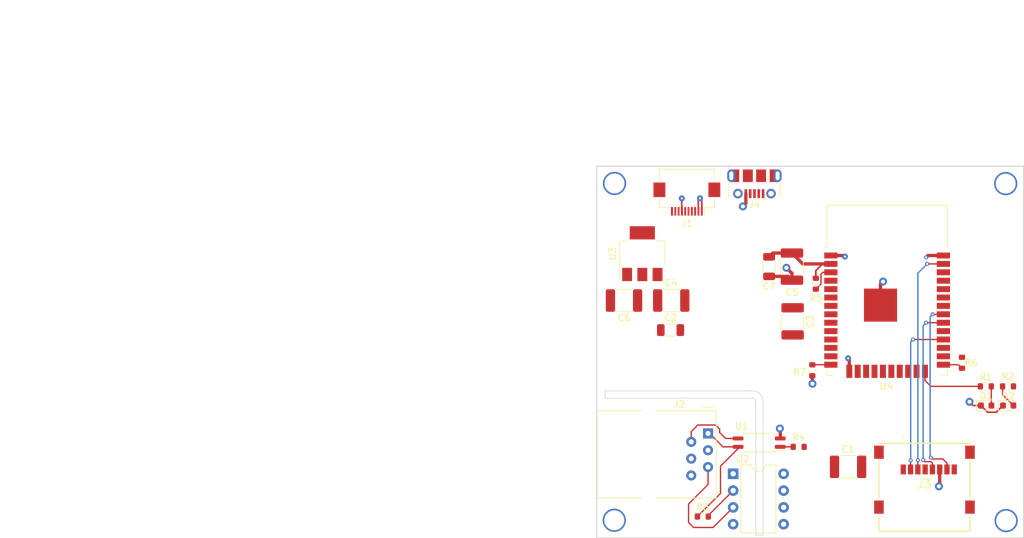
<source format=kicad_pcb>
(kicad_pcb (version 20211014) (generator pcbnew)
  (layers (0 "F.Cu" signal) (31 "B.Cu" signal) (34 "B.Paste" user) (35 "F.Paste" user) (36 "B.SilkS" user "B.Silkscreen") (37 "F.SilkS" user "F.Silkscreen") (38 "B.Mask" user) (39 "F.Mask" user) (44 "Edge.Cuts" user))
  (net 0 "")
  (net 1 "+5V")
  (net 2 "GND")
  (net 3 "+3V3")
  (net 4 "Net-(D1-Pad2)")
  (net 5 "Net-(D2-Pad2)")
  (net 6 "RST")
  (net 7 "BOOT")
  (net 8 "E-RST")
  (net 9 "E-Busy")
  (net 10 "E-DC")
  (net 11 "Request")
  (net 12 "Data")
  (net 13 "GND1")
  (net 14 "LED_ACT")
  (net 15 "+5VA")
  (net 16 "SD-CS")
  (net 17 "VSPI-MOSI")
  (net 18 "VSPI-MISO")
  (net 19 "VSPI-SCLK")
  (net 20 "Rotary_A")
  (net 21 "Rotary_B")
  (net 22 "Rotary_Sw")
  (net 23 "RXP")
  (net 24 "E-CS")
  (net 25 "Net-(R3-Pad2)")
  (net 26 "Net-(R4-Pad1)")
  (net 27 "Net-(J2-Pad5)")
  (net 30 "Net-(J2-Pad2)")
  (net 31 "Net-(R7-Pad1)")
  (net 37 "RX0")
  (net 38 "GPIO16")
  (footprint "500901-0801:5009010801" (layer "F.Cu") (at 171.5262 96.791)
    (fp_text reference "J3" (at 0 -0.525) (layer "F.SilkS") (effects (font (size 1.27 1.27) (thickness 0.254))))
    (fp_text value "Micro_SD_Card" hide)
    (fp_line (start 6.88 -4) (end 6.88 1.5) (layer "F.SilkS") (width 0.2))
    (fp_line (start 6.875 6.65) (end 6.875 4.5) (layer "F.SilkS") (width 0.2))
    (fp_line (start -6.875 -4) (end -6.875 1.5) (layer "F.SilkS") (width 0.2))
    (fp_line (start -6.875 4.5) (end -6.875 6.65) (layer "F.SilkS") (width 0.2))
    (fp_line (start -3.2 -7.5) (end -3.2 -7.5) (layer "F.SilkS") (width 0.2))
    (fp_line (start -6.875 6.65) (end 6.875 6.65) (layer "F.SilkS") (width 0.2))
    (fp_line (start -6.875 -6.65) (end 6.88 -6.65) (layer "F.SilkS") (width 0.2))
    (fp_line (start -3.2 -7.7) (end -3.2 -7.7) (layer "F.SilkS") (width 0.2))
    (fp_arc (start -3.2 -7.7) (mid -3.1 -7.6) (end -3.2 -7.5) (layer "F.SilkS") (width 0.2))
    (fp_arc (start -3.2 -7.5) (mid -3.3 -7.6) (end -3.2 -7.7) (layer "F.SilkS") (width 0.2))
    (pad "1" smd rect locked (at -3.2 -2.7) (size 0.8 1.5) (layers "F.Cu" "F.Paste" "F.Mask"))
    (pad "2" smd rect locked (at -2.1 -2.7) (size 0.8 1.5) (layers "F.Cu" "F.Paste" "F.Mask") (net 16 "SD-CS"))
    (pad "3" smd rect locked (at -1 -2.7) (size 0.8 1.5) (layers "F.Cu" "F.Paste" "F.Mask") (net 17 "VSPI-MOSI"))
    (pad "4" smd rect locked (at 0.1 -2.7) (size 0.8 1.5) (layers "F.Cu" "F.Paste" "F.Mask") (net 3 "+3V3"))
    (pad "5" smd rect locked (at 1.2 -2.7) (size 0.8 1.5) (layers "F.Cu" "F.Paste" "F.Mask") (net 19 "VSPI-SCLK"))
    (pad "6" smd rect locked (at 2.3 -2.7) (size 0.8 1.5) (layers "F.Cu" "F.Paste" "F.Mask") (net 2 "GND"))
    (pad "7" smd rect locked (at 3.4 -2.7) (size 0.8 1.5) (layers "F.Cu" "F.Paste" "F.Mask") (net 18 "VSPI-MISO"))
    (pad "8" smd rect locked (at 4.5 -2.7) (size 0.8 1.5) (layers "F.Cu" "F.Paste" "F.Mask"))
    (pad "MP1" smd rect locked (at -6.875 3) (size 1.45 2) (layers "F.Cu" "F.Paste" "F.Mask"))
    (pad "MP2" smd rect locked (at 6.875 3) (size 1.45 2) (layers "F.Cu" "F.Paste" "F.Mask"))
    (pad "MP3" smd rect locked (at -6.875 -5.3) (size 1.45 2) (layers "F.Cu" "F.Paste" "F.Mask"))
    (pad "MP4" smd rect locked (at 6.875 -5.3) (size 1.45 2) (layers "F.Cu" "F.Paste" "F.Mask"))
  )
  (footprint "Resistor_SMD:R_0603_1608Metric" (layer "F.Cu") (at 184.15 81.534)
    (fp_text reference "R2" (at 0 -1.43) (layer "F.SilkS"))
    (fp_text value "1K")
    (fp_line (start -0.237258 -0.5225) (end 0.237258 -0.5225) (layer "F.SilkS") (width 0.12))
    (fp_line (start -0.237258 0.5225) (end 0.237258 0.5225) (layer "F.SilkS") (width 0.12))
    (pad "1" smd roundrect (at -0.825 0) (size 0.8 0.95) (layers "F.Cu" "F.Paste" "F.Mask") (net 5 "Net-(D2-Pad2)"))
    (pad "2" smd roundrect (at 0.825 0) (size 0.8 0.95) (layers "F.Cu" "F.Paste" "F.Mask") (net 3 "+3V3"))
  )
  (footprint "Connector_FFC-FPC:Hirose_FH12-10S-0.5SH_1x10-1MP_P0.50mm_Horizontal" (layer "F.Cu") (at 135.636 53.213 180)
    (fp_text reference "J1" (at 0 -3.7) (layer "F.SilkS"))
    (fp_text value "FPC_01x10")
    (fp_line (start -2.66 -1.3) (end -4.15 -1.3) (layer "F.SilkS") (width 0.12))
    (fp_line (start -4.15 -1.3) (end -4.15 0.04) (layer "F.SilkS") (width 0.12))
    (fp_line (start -4.15 4.5) (end 4.15 4.5) (layer "F.SilkS") (width 0.12))
    (fp_line (start 2.66 -1.3) (end 4.15 -1.3) (layer "F.SilkS") (width 0.12))
    (fp_line (start -2.66 -1.3) (end -2.66 -2.5) (layer "F.SilkS") (width 0.12))
    (fp_line (start 4.15 4.5) (end 4.15 2.76) (layer "F.SilkS") (width 0.12))
    (fp_line (start -4.15 2.76) (end -4.15 4.5) (layer "F.SilkS") (width 0.12))
    (fp_line (start 4.15 -1.3) (end 4.15 0.04) (layer "F.SilkS") (width 0.12))
    (pad "1" smd rect (at -2.25 -1.85 180) (size 0.3 1.3) (layers "F.Cu" "F.Paste" "F.Mask") (net 2 "GND"))
    (pad "2" smd rect (at -1.75 -1.85 180) (size 0.3 1.3) (layers "F.Cu" "F.Paste" "F.Mask") (net 2 "GND"))
    (pad "3" smd rect (at -1.25 -1.85 180) (size 0.3 1.3) (layers "F.Cu" "F.Paste" "F.Mask") (net 6 "RST"))
    (pad "4" smd rect (at -0.75 -1.85 180) (size 0.3 1.3) (layers "F.Cu" "F.Paste" "F.Mask") (net 7 "BOOT"))
    (pad "5" smd rect (at -0.25 -1.85 180) (size 0.3 1.3) (layers "F.Cu" "F.Paste" "F.Mask") (net 23 "RXP"))
    (pad "6" smd rect (at 0.25 -1.85 180) (size 0.3 1.3) (layers "F.Cu" "F.Paste" "F.Mask") (net 37 "RX0"))
    (pad "7" smd rect (at 0.75 -1.85 180) (size 0.3 1.3) (layers "F.Cu" "F.Paste" "F.Mask") (net 2 "GND"))
    (pad "8" smd rect (at 1.25 -1.85 180) (size 0.3 1.3) (layers "F.Cu" "F.Paste" "F.Mask") (net 38 "GPIO16"))
    (pad "9" smd rect (at 1.75 -1.85 180) (size 0.3 1.3) (layers "F.Cu" "F.Paste" "F.Mask") (net 1 "+5V"))
    (pad "10" smd rect (at 2.25 -1.85 180) (size 0.3 1.3) (layers "F.Cu" "F.Paste" "F.Mask") (net 1 "+5V"))
    (pad "MP" smd rect (at -4.15 1.4 180) (size 1.8 2.2) (layers "F.Cu" "F.Paste" "F.Mask"))
    (pad "MP" smd rect (at 4.15 1.4 180) (size 1.8 2.2) (layers "F.Cu" "F.Paste" "F.Mask"))
  )
  (footprint "Resistor_SMD:R_0603_1608Metric" (layer "F.Cu") (at 180.7972 81.534 180)
    (fp_text reference "R1" (at 0 1.397) (layer "F.SilkS"))
    (fp_text value "470R")
    (fp_line (start -0.237258 0.5225) (end 0.237258 0.5225) (layer "F.SilkS") (width 0.12))
    (fp_line (start -0.237258 -0.5225) (end 0.237258 -0.5225) (layer "F.SilkS") (width 0.12))
    (pad "1" smd roundrect (at -0.825 0 180) (size 0.8 0.95) (layers "F.Cu" "F.Paste" "F.Mask") (net 4 "Net-(D1-Pad2)"))
    (pad "2" smd roundrect (at 0.825 0 180) (size 0.8 0.95) (layers "F.Cu" "F.Paste" "F.Mask") (net 14 "LED_ACT"))
  )
  (footprint "Resistor_SMD:R_0603_1608Metric" (layer "F.Cu") (at 152.527 90.678)
    (fp_text reference "R4" (at 0 -1.43) (layer "F.SilkS"))
    (fp_text value "10K")
    (fp_line (start -0.237258 -0.5225) (end 0.237258 -0.5225) (layer "F.SilkS") (width 0.12))
    (fp_line (start -0.237258 0.5225) (end 0.237258 0.5225) (layer "F.SilkS") (width 0.12))
    (pad "1" smd roundrect (at -0.825 0) (size 0.8 0.95) (layers "F.Cu" "F.Paste" "F.Mask") (net 26 "Net-(R4-Pad1)"))
    (pad "2" smd roundrect (at 0.825 0) (size 0.8 0.95) (layers "F.Cu" "F.Paste" "F.Mask") (net 11 "Request"))
  )
  (footprint "Resistor_SMD:R_0603_1608Metric" (layer "F.Cu") (at 154.5844 79.1034 -90)
    (fp_text reference "R7" (at 0.254 1.905 180) (layer "F.SilkS"))
    (fp_text value "10K")
    (fp_line (start -0.237258 0.5225) (end 0.237258 0.5225) (layer "F.SilkS") (width 0.12))
    (fp_line (start -0.237258 -0.5225) (end 0.237258 -0.5225) (layer "F.SilkS") (width 0.12))
    (pad "1" smd roundrect (at -0.825 0 270) (size 0.8 0.95) (layers "F.Cu" "F.Paste" "F.Mask") (net 31 "Net-(R7-Pad1)"))
    (pad "2" smd roundrect (at 0.825 0 270) (size 0.8 0.95) (layers "F.Cu" "F.Paste" "F.Mask") (net 2 "GND"))
  )
  (footprint "Resistor_SMD:R_0603_1608Metric" (layer "F.Cu") (at 177.1904 77.9604 -90)
    (fp_text reference "R6" (at 0 -1.43 180) (layer "F.SilkS"))
    (fp_text value "10K")
    (fp_line (start -0.237258 0.5225) (end 0.237258 0.5225) (layer "F.SilkS") (width 0.12))
    (fp_line (start -0.237258 -0.5225) (end 0.237258 -0.5225) (layer "F.SilkS") (width 0.12))
    (pad "1" smd roundrect (at -0.825 0 270) (size 0.8 0.95) (layers "F.Cu" "F.Paste" "F.Mask") (net 3 "+3V3"))
    (pad "2" smd roundrect (at 0.825 0 270) (size 0.8 0.95) (layers "F.Cu" "F.Paste" "F.Mask") (net 7 "BOOT"))
  )
  (footprint "Capacitor_SMD:C_1812_4532Metric" (layer "F.Cu") (at 151.511 63.4238 -90)
    (fp_text reference "C5" (at 3.8862 0 180) (layer "F.SilkS"))
    (fp_text value "0.1u")
    (fp_line (start -1.161252 -1.71) (end 1.161252 -1.71) (layer "F.SilkS") (width 0.12))
    (fp_line (start -1.161252 1.71) (end 1.161252 1.71) (layer "F.SilkS") (width 0.12))
    (pad "1" smd roundrect (at -2.05 0 270) (size 1.4 3.4) (layers "F.Cu" "F.Paste" "F.Mask") (roundrect_rratio 0.178571) (net 3 "+3V3"))
    (pad "2" smd roundrect (at 2.05 0 270) (size 1.4 3.4) (layers "F.Cu" "F.Paste" "F.Mask") (roundrect_rratio 0.178571) (net 2 "GND"))
  )
  (footprint "Capacitor_SMD:C_1812_4532Metric" (layer "F.Cu") (at 126.1438 68.5546 180)
    (fp_text reference "C6" (at 0 -2.65) (layer "F.SilkS"))
    (fp_text value "22u")
    (fp_line (start -1.161252 1.71) (end 1.161252 1.71) (layer "F.SilkS") (width 0.12))
    (fp_line (start -1.161252 -1.71) (end 1.161252 -1.71) (layer "F.SilkS") (width 0.12))
    (pad "1" smd roundrect (at -2.05 0 180) (size 1.4 3.4) (layers "F.Cu" "F.Paste" "F.Mask") (roundrect_rratio 0.178571) (net 3 "+3V3"))
    (pad "2" smd roundrect (at 2.05 0 180) (size 1.4 3.4) (layers "F.Cu" "F.Paste" "F.Mask") (roundrect_rratio 0.178571) (net 2 "GND"))
  )
  (footprint "Capacitor_SMD:C_1812_4532Metric" (layer "F.Cu") (at 133.2738 68.5546)
    (fp_text reference "C4" (at 0 -2.65) (layer "F.SilkS"))
    (fp_text value "0.1u")
    (fp_line (start -1.161252 1.71) (end 1.161252 1.71) (layer "F.SilkS") (width 0.12))
    (fp_line (start -1.161252 -1.71) (end 1.161252 -1.71) (layer "F.SilkS") (width 0.12))
    (pad "1" smd roundrect (at -2.05 0) (size 1.4 3.4) (layers "F.Cu" "F.Paste" "F.Mask") (roundrect_rratio 0.178571) (net 1 "+5V"))
    (pad "2" smd roundrect (at 2.05 0) (size 1.4 3.4) (layers "F.Cu" "F.Paste" "F.Mask") (roundrect_rratio 0.178571) (net 2 "GND"))
  )
  (footprint "Package_TO_SOT_SMD:SOT-223-3_TabPin2" (layer "F.Cu") (at 128.905 61.468 90)
    (fp_text reference "U3" (at 0 -4.5 90) (layer "F.SilkS"))
    (fp_text value "AMS1117-3.3")
    (fp_line (start 1.91 -3.41) (end 1.91 -2.15) (layer "F.SilkS") (width 0.12))
    (fp_line (start 1.91 3.41) (end 1.91 2.15) (layer "F.SilkS") (width 0.12))
    (fp_line (start -4.1 -3.41) (end 1.91 -3.41) (layer "F.SilkS") (width 0.12))
    (fp_line (start -1.85 3.41) (end 1.91 3.41) (layer "F.SilkS") (width 0.12))
    (pad "1" smd rect (at -3.15 -2.3 90) (size 2 1.5) (layers "F.Cu" "F.Paste" "F.Mask") (net 2 "GND"))
    (pad "2" smd rect (at -3.15 0 90) (size 2 1.5) (layers "F.Cu" "F.Paste" "F.Mask") (net 3 "+3V3"))
    (pad "2" smd rect (at 3.15 0 90) (size 2 3.8) (layers "F.Cu" "F.Paste" "F.Mask") (net 3 "+3V3"))
    (pad "3" smd rect (at -3.15 2.3 90) (size 2 1.5) (layers "F.Cu" "F.Paste" "F.Mask") (net 1 "+5V"))
  )
  (footprint "LED_SMD:LED_0603_1608Metric" (layer "F.Cu") (at 180.848 84.4296)
    (fp_text reference "D1" (at 0 -1.43) (layer "F.SilkS"))
    (fp_text value "Blue")
    (fp_line (start 0.8 -0.735) (end -1.485 -0.735) (layer "F.SilkS") (width 0.12))
    (fp_line (start -1.485 -0.735) (end -1.485 0.735) (layer "F.SilkS") (width 0.12))
    (fp_line (start -1.485 0.735) (end 0.8 0.735) (layer "F.SilkS") (width 0.12))
    (pad "1" smd roundrect (at -0.7875 0) (size 0.875 0.95) (layers "F.Cu" "F.Paste" "F.Mask") (net 2 "GND"))
    (pad "2" smd roundrect (at 0.7875 0) (size 0.875 0.95) (layers "F.Cu" "F.Paste" "F.Mask") (net 4 "Net-(D1-Pad2)"))
  )
  (footprint "Capacitor_SMD:C_1206_3216Metric" (layer "F.Cu") (at 148.0566 63.4238 -90)
    (fp_text reference "C7" (at 2.9718 0.0254 180) (layer "F.SilkS"))
    (fp_text value "10u")
    (fp_line (start -0.711252 -0.91) (end 0.711252 -0.91) (layer "F.SilkS") (width 0.12))
    (fp_line (start -0.711252 0.91) (end 0.711252 0.91) (layer "F.SilkS") (width 0.12))
    (pad "1" smd roundrect (at -1.475 0 270) (size 1.15 1.8) (layers "F.Cu" "F.Paste" "F.Mask") (roundrect_rratio 0.217391) (net 3 "+3V3"))
    (pad "2" smd roundrect (at 1.475 0 270) (size 1.15 1.8) (layers "F.Cu" "F.Paste" "F.Mask") (roundrect_rratio 0.217391) (net 2 "GND"))
  )
  (footprint "Package_SO:SOP-4_4.4x2.6mm_P1.27mm" (layer "F.Cu") (at 146.558 90.043 180)
    (fp_text reference "U1" (at 2.6416 2.5146) (layer "F.SilkS"))
    (fp_text value "ACPL-214-500E")
    (fp_line (start 0 1.41) (end -2.31 1.41) (layer "F.SilkS") (width 0.12))
    (fp_line (start -2.31 1.41) (end -2.31 1.195) (layer "F.SilkS") (width 0.12))
    (fp_line (start -2.31 -1.41) (end -2.31 -1.195) (layer "F.SilkS") (width 0.12))
    (fp_line (start 0 -1.41) (end 2.31 -1.41) (layer "F.SilkS") (width 0.12))
    (fp_line (start 2.31 1.41) (end 2.31 1.195) (layer "F.SilkS") (width 0.12))
    (fp_line (start 2.31 -1.41) (end 2.31 -1.195) (layer "F.SilkS") (width 0.12))
    (fp_line (start 0 -1.41) (end -2.31 -1.41) (layer "F.SilkS") (width 0.12))
    (fp_line (start -2.31 -1.195) (end -4 -1.195) (layer "F.SilkS") (width 0.12))
    (fp_line (start 0 1.41) (end 2.31 1.41) (layer "F.SilkS") (width 0.12))
    (pad "1" smd roundrect (at -3.1875 -0.635 180) (size 1.625 0.6) (layers "F.Cu" "F.Paste" "F.Mask") (net 26 "Net-(R4-Pad1)"))
    (pad "2" smd roundrect (at -3.1875 0.635 180) (size 1.625 0.6) (layers "F.Cu" "F.Paste" "F.Mask") (net 2 "GND"))
    (pad "3" smd roundrect (at 3.1875 0.635 180) (size 1.625 0.6) (layers "F.Cu" "F.Paste" "F.Mask") (net 30 "Net-(J2-Pad2)"))
    (pad "4" smd roundrect (at 3.1875 -0.635 180) (size 1.625 0.6) (layers "F.Cu" "F.Paste" "F.Mask") (net 15 "+5VA"))
  )
  (footprint "Resistor_SMD:R_0603_1608Metric" (layer "F.Cu") (at 155.1178 66.0146 -90)
    (fp_text reference "R5" (at 2.159 0 180) (layer "F.SilkS"))
    (fp_text value "10K")
    (fp_line (start -0.237258 -0.5225) (end 0.237258 -0.5225) (layer "F.SilkS") (width 0.12))
    (fp_line (start -0.237258 0.5225) (end 0.237258 0.5225) (layer "F.SilkS") (width 0.12))
    (pad "1" smd roundrect (at -0.825 0 270) (size 0.8 0.95) (layers "F.Cu" "F.Paste" "F.Mask") (net 3 "+3V3"))
    (pad "2" smd roundrect (at 0.825 0 270) (size 0.8 0.95) (layers "F.Cu" "F.Paste" "F.Mask") (net 6 "RST"))
  )
  (footprint "Connector_RJ:RJ12_Amphenol_54601" (layer "F.Cu") (at 138.834 88.651 -90)
    (fp_text reference "J2" (at -4.45 4.341 180) (layer "F.SilkS"))
    (fp_text value "RJ12")
    (fp_line (start 9.77 16.76) (end 9.77 16.77) (layer "F.SilkS") (width 0.1))
    (fp_line (start 9.77 16.77) (end -3.43 16.77) (layer "F.SilkS") (width 0.12))
    (fp_line (start -3.43 7.79) (end -3.43 -1.23) (layer "F.SilkS") (width 0.12))
    (fp_line (start -3.43 7.72) (end -3.43 7.79) (layer "F.SilkS") (width 0.1))
    (fp_line (start 9.77 -1.23) (end 9.77 7.79) (layer "F.SilkS") (width 0.12))
    (fp_line (start -3.9 0.77) (end -3.9 -0.76) (layer "F.SilkS") (width 0.12))
    (fp_line (start 9.77 16.77) (end 9.77 9.99) (layer "F.SilkS") (width 0.12))
    (fp_line (start 9.77 16.65) (end 9.77 16.77) (layer "F.SilkS") (width 0.1))
    (fp_line (start -3.43 -1.23) (end 9.77 -1.23) (layer "F.SilkS") (width 0.12))
    (fp_line (start -3.43 16.77) (end -3.43 9.99) (layer "F.SilkS") (width 0.12))
    (pad "" np_thru_hole circle (at 8.25 8.89 270) (size 3.25 3.25) (drill 3.25) (layers *.Cu *.Mask))
    (pad "" np_thru_hole circle (at -1.91 8.89 270) (size 3.25 3.25) (drill 3.25) (layers *.Cu *.Mask))
    (pad "1" thru_hole rect (at 0 0 270) (size 1.52 1.52) (drill 0.76) (layers *.Cu *.Mask) (net 15 "+5VA"))
    (pad "2" thru_hole circle (at 1.27 2.54 270) (size 1.52 1.52) (drill 0.76) (layers *.Cu *.Mask) (net 30 "Net-(J2-Pad2)"))
    (pad "3" thru_hole circle (at 2.54 0 270) (size 1.52 1.52) (drill 0.76) (layers *.Cu *.Mask))
    (pad "4" thru_hole circle (at 3.81 2.54 270) (size 1.52 1.52) (drill 0.76) (layers *.Cu *.Mask))
    (pad "5" thru_hole circle (at 5.08 0 270) (size 1.52 1.52) (drill 0.76) (layers *.Cu *.Mask) (net 27 "Net-(J2-Pad5)"))
    (pad "6" thru_hole circle (at 6.35 2.54 270) (size 1.52 1.52) (drill 0.76) (layers *.Cu *.Mask) (net 13 "GND1"))
  )
  (footprint "Package_DIP:DIP-8_W7.62mm" (layer "F.Cu") (at 142.631 94.752)
    (fp_text reference "U2" (at 1.4378 -2.2198) (layer "F.SilkS"))
    (fp_text value "6N137")
    (fp_line (start 6.46 -1.33) (end 4.81 -1.33) (layer "F.SilkS") (width 0.12))
    (fp_line (start 1.16 -1.33) (end 1.16 8.95) (layer "F.SilkS") (width 0.12))
    (fp_line (start 1.16 8.95) (end 6.46 8.95) (layer "F.SilkS") (width 0.12))
    (fp_line (start 2.81 -1.33) (end 1.16 -1.33) (layer "F.SilkS") (width 0.12))
    (fp_line (start 6.46 8.95) (end 6.46 -1.33) (layer "F.SilkS") (width 0.12))
    (fp_arc (start 4.81 -1.33) (mid 3.81 -0.33) (end 2.81 -1.33) (layer "F.SilkS") (width 0.12))
    (pad "1" thru_hole rect (at 0 0) (size 1.6 1.6) (drill 0.8) (layers *.Cu *.Mask))
    (pad "2" thru_hole oval (at 0 2.54) (size 1.6 1.6) (drill 0.8) (layers *.Cu *.Mask) (net 25 "Net-(R3-Pad2)"))
    (pad "3" thru_hole oval (at 0 5.08) (size 1.6 1.6) (drill 0.8) (layers *.Cu *.Mask) (net 27 "Net-(J2-Pad5)"))
    (pad "4" thru_hole oval (at 0 7.62) (size 1.6 1.6) (drill 0.8) (layers *.Cu *.Mask))
    (pad "5" thru_hole oval (at 7.62 7.62) (size 1.6 1.6) (drill 0.8) (layers *.Cu *.Mask) (net 2 "GND"))
    (pad "6" thru_hole oval (at 7.62 5.08) (size 1.6 1.6) (drill 0.8) (layers *.Cu *.Mask) (net 12 "Data"))
    (pad "7" thru_hole oval (at 7.62 2.54) (size 1.6 1.6) (drill 0.8) (layers *.Cu *.Mask) (net 2 "GND"))
    (pad "8" thru_hole oval (at 7.62 0) (size 1.6 1.6) (drill 0.8) (layers *.Cu *.Mask) (net 3 "+3V3"))
  )
  (footprint "Capacitor_SMD:C_1206_3216Metric" (layer "F.Cu") (at 133.1722 73.025)
    (fp_text reference "C2" (at 0 -1.85) (layer "F.SilkS"))
    (fp_text value "10u")
    (fp_line (start -0.711252 -0.91) (end 0.711252 -0.91) (layer "F.SilkS") (width 0.12))
    (fp_line (start -0.711252 0.91) (end 0.711252 0.91) (layer "F.SilkS") (width 0.12))
    (pad "1" smd roundrect (at -1.475 0) (size 1.15 1.8) (layers "F.Cu" "F.Paste" "F.Mask") (roundrect_rratio 0.217391) (net 1 "+5V"))
    (pad "2" smd roundrect (at 1.475 0) (size 1.15 1.8) (layers "F.Cu" "F.Paste" "F.Mask") (roundrect_rratio 0.217391) (net 2 "GND"))
  )
  (footprint "Capacitor_SMD:C_1812_4532Metric" (layer "F.Cu") (at 159.9872 93.7006)
    (fp_text reference "C1" (at 0 -2.65) (layer "F.SilkS"))
    (fp_text value "0.1u")
    (fp_line (start -1.161252 -1.71) (end 1.161252 -1.71) (layer "F.SilkS") (width 0.12))
    (fp_line (start -1.161252 1.71) (end 1.161252 1.71) (layer "F.SilkS") (width 0.12))
    (pad "1" smd roundrect (at -2.05 0) (size 1.4 3.4) (layers "F.Cu" "F.Paste" "F.Mask") (roundrect_rratio 0.178571) (net 3 "+3V3"))
    (pad "2" smd roundrect (at 2.05 0) (size 1.4 3.4) (layers "F.Cu" "F.Paste" "F.Mask") (roundrect_rratio 0.178571) (net 2 "GND"))
  )
  (footprint "Connector_USB:USB_Micro-B_Molex-105017-0001" (layer "F.Cu") (at 145.8468 50.927 180)
    (fp_text reference "J4" (at 0 -3.1125) (layer "F.SilkS"))
    (fp_text value "USB_B_Micro")
    (fp_line (start 3.9 2.6375) (end 3.9 2.3875) (layer "F.SilkS") (width 0.12))
    (fp_line (start -1.7 -2.3125) (end -1.7 -1.8625) (layer "F.SilkS") (width 0.12))
    (fp_line (start -1.7 -2.3125) (end -1.25 -2.3125) (layer "F.SilkS") (width 0.12))
    (fp_line (start 3.9 0.0875) (end 3.9 -1.7625) (layer "F.SilkS") (width 0.12))
    (fp_line (start -3.9 0.0875) (end -3.9 -1.7625) (layer "F.SilkS") (width 0.12))
    (fp_line (start 3.9 -1.7625) (end 3.45 -1.7625) (layer "F.SilkS") (width 0.12))
    (fp_line (start -3.9 -1.7625) (end -3.45 -1.7625) (layer "F.SilkS") (width 0.12))
    (fp_line (start -3.9 2.6375) (end -3.9 2.3875) (layer "F.SilkS") (width 0.12))
    (pad "1" smd rect (at -1.3 -1.4625 180) (size 0.4 1.35) (layers "F.Cu" "F.Paste" "F.Mask") (net 1 "+5V"))
    (pad "2" smd rect (at -0.65 -1.4625 180) (size 0.4 1.35) (layers "F.Cu" "F.Paste" "F.Mask"))
    (pad "3" smd rect (at 0 -1.4625 180) (size 0.4 1.35) (layers "F.Cu" "F.Paste" "F.Mask"))
    (pad "4" smd rect (at 0.65 -1.4625 180) (size 0.4 1.35) (layers "F.Cu" "F.Paste" "F.Mask"))
    (pad "5" smd rect (at 1.3 -1.4625 180) (size 0.4 1.35) (layers "F.Cu" "F.Paste" "F.Mask") (net 2 "GND"))
    (pad "6" thru_hole oval (at 3.5 1.2375 180) (size 1.2 1.9) (drill oval 0.6 1.3) (layers *.Cu *.Mask))
    (pad "6" smd rect (at 1 1.2375 180) (size 1.5 1.9) (layers "F.Cu" "F.Paste" "F.Mask"))
    (pad "6" smd rect (at 2.9 1.2375 180) (size 1.2 1.9) (layers "F.Cu" "F.Mask"))
    (pad "6" smd rect (at -1 1.2375 180) (size 1.5 1.9) (layers "F.Cu" "F.Paste" "F.Mask"))
    (pad "6" thru_hole oval (at -3.5 1.2375) (size 1.2 1.9) (drill oval 0.6 1.3) (layers *.Cu *.Mask))
    (pad "6" thru_hole circle (at -2.5 -1.4625 180) (size 1.45 1.45) (drill 0.85) (layers *.Cu *.Mask))
    (pad "6" smd rect (at -2.9 1.2375 180) (size 1.2 1.9) (layers "F.Cu" "F.Mask"))
    (pad "6" thru_hole circle (at 2.5 -1.4625 180) (size 1.45 1.45) (drill 0.85) (layers *.Cu *.Mask))
  )
  (footprint "RF_Module:ESP32-WROOM-32" (layer "F.Cu") (at 165.8874 70.0024)
    (fp_text reference "U4" (at -0.127 11.514 180) (layer "F.SilkS"))
    (fp_text value "ESP32-WROOM-32")
    (fp_line (start -9.12 9.88) (end -8.12 9.88) (layer "F.SilkS") (width 0.12))
    (fp_line (start 9.12 9.88) (end 8.12 9.88) (layer "F.SilkS") (width 0.12))
    (fp_line (start -9.12 -15.865) (end 9.12 -15.865) (layer "F.SilkS") (width 0.12))
    (fp_line (start 9.12 9.1) (end 9.12 9.88) (layer "F.SilkS") (width 0.12))
    (fp_line (start -9.12 -15.865) (end -9.12 -9.445) (layer "F.SilkS") (width 0.12))
    (fp_line (start -9.12 -9.445) (end -9.5 -9.445) (layer "F.SilkS") (width 0.12))
    (fp_line (start -9.12 9.1) (end -9.12 9.88) (layer "F.SilkS") (width 0.12))
    (fp_line (start 9.12 -15.865) (end 9.12 -9.445) (layer "F.SilkS") (width 0.12))
    (pad "1" smd rect (at -8.5 -8.255) (size 2 0.9) (layers "F.Cu" "F.Paste" "F.Mask") (net 2 "GND"))
    (pad "2" smd rect (at -8.5 -6.985) (size 2 0.9) (layers "F.Cu" "F.Paste" "F.Mask") (net 3 "+3V3"))
    (pad "3" smd rect (at -8.5 -5.715) (size 2 0.9) (layers "F.Cu" "F.Paste" "F.Mask") (net 6 "RST"))
    (pad "4" smd rect (at -8.5 -4.445) (size 2 0.9) (layers "F.Cu" "F.Paste" "F.Mask"))
    (pad "5" smd rect (at -8.5 -3.175) (size 2 0.9) (layers "F.Cu" "F.Paste" "F.Mask"))
    (pad "6" smd rect (at -8.5 -1.905) (size 2 0.9) (layers "F.Cu" "F.Paste" "F.Mask"))
    (pad "7" smd rect (at -8.5 -0.635) (size 2 0.9) (layers "F.Cu" "F.Paste" "F.Mask"))
    (pad "8" smd rect (at -8.5 0.635) (size 2 0.9) (layers "F.Cu" "F.Paste" "F.Mask") (net 24 "E-CS"))
    (pad "9" smd rect (at -8.5 1.905) (size 2 0.9) (layers "F.Cu" "F.Paste" "F.Mask"))
    (pad "10" smd rect (at -8.5 3.175) (size 2 0.9) (layers "F.Cu" "F.Paste" "F.Mask") (net 22 "Rotary_Sw"))
    (pad "11" smd rect (at -8.5 4.445) (size 2 0.9) (layers "F.Cu" "F.Paste" "F.Mask") (net 20 "Rotary_A"))
    (pad "12" smd rect (at -8.5 5.715) (size 2 0.9) (layers "F.Cu" "F.Paste" "F.Mask") (net 21 "Rotary_B"))
    (pad "13" smd rect (at -8.5 6.985) (size 2 0.9) (layers "F.Cu" "F.Paste" "F.Mask") (net 12 "Data"))
    (pad "14" smd rect (at -8.5 8.255) (size 2 0.9) (layers "F.Cu" "F.Paste" "F.Mask") (net 31 "Net-(R7-Pad1)"))
    (pad "15" smd rect (at -5.715 9.255 90) (size 2 0.9) (layers "F.Cu" "F.Paste" "F.Mask") (net 2 "GND"))
    (pad "16" smd rect (at -4.445 9.255 90) (size 2 0.9) (layers "F.Cu" "F.Paste" "F.Mask") (net 11 "Request"))
    (pad "17" smd rect (at -3.175 9.255 90) (size 2 0.9) (layers "F.Cu" "F.Paste" "F.Mask"))
    (pad "18" smd rect (at -1.905 9.255 90) (size 2 0.9) (layers "F.Cu" "F.Paste" "F.Mask"))
    (pad "19" smd rect (at -0.635 9.255 90) (size 2 0.9) (layers "F.Cu" "F.Paste" "F.Mask"))
    (pad "20" smd rect (at 0.635 9.255 90) (size 2 0.9) (layers "F.Cu" "F.Paste" "F.Mask"))
    (pad "21" smd rect (at 1.905 9.255 90) (size 2 0.9) (layers "F.Cu" "F.Paste" "F.Mask"))
    (pad "22" smd rect (at 3.175 9.255 90) (size 2 0.9) (layers "F.Cu" "F.Paste" "F.Mask"))
    (pad "23" smd rect (at 4.445 9.255 90) (size 2 0.9) (layers "F.Cu" "F.Paste" "F.Mask"))
    (pad "24" smd rect (at 5.715 9.255 90) (size 2 0.9) (layers "F.Cu" "F.Paste" "F.Mask") (net 14 "LED_ACT"))
    (pad "25" smd rect (at 8.5 8.255) (size 2 0.9) (layers "F.Cu" "F.Paste" "F.Mask") (net 7 "BOOT"))
    (pad "26" smd rect (at 8.5 6.985) (size 2 0.9) (layers "F.Cu" "F.Paste" "F.Mask"))
    (pad "27" smd rect (at 8.5 5.715) (size 2 0.9) (layers "F.Cu" "F.Paste" "F.Mask") (net 38 "GPIO16"))
    (pad "28" smd rect (at 8.5 4.445) (size 2 0.9) (layers "F.Cu" "F.Paste" "F.Mask") (net 16 "SD-CS"))
    (pad "29" smd rect (at 8.5 3.175) (size 2 0.9) (layers "F.Cu" "F.Paste" "F.Mask") (net 9 "E-Busy"))
    (pad "30" smd rect (at 8.5 1.905) (size 2 0.9) (layers "F.Cu" "F.Paste" "F.Mask") (net 19 "VSPI-SCLK"))
    (pad "31" smd rect (at 8.5 0.635) (size 2 0.9) (layers "F.Cu" "F.Paste" "F.Mask") (net 18 "VSPI-MISO"))
    (pad "32" smd rect (at 8.5 -0.635) (size 2 0.9) (layers "F.Cu" "F.Paste" "F.Mask"))
    (pad "33" smd rect (at 8.5 -1.905) (size 2 0.9) (layers "F.Cu" "F.Paste" "F.Mask") (net 10 "E-DC"))
    (pad "34" smd rect (at 8.5 -3.175) (size 2 0.9) (layers "F.Cu" "F.Paste" "F.Mask") (net 37 "RX0"))
    (pad "35" smd rect (at 8.5 -4.445) (size 2 0.9) (layers "F.Cu" "F.Paste" "F.Mask") (net 23 "RXP"))
    (pad "36" smd rect (at 8.5 -5.715) (size 2 0.9) (layers "F.Cu" "F.Paste" "F.Mask") (net 8 "E-RST"))
    (pad "37" smd rect (at 8.5 -6.985) (size 2 0.9) (layers "F.Cu" "F.Paste" "F.Mask") (net 17 "VSPI-MOSI"))
    (pad "38" smd rect (at 8.5 -8.255) (size 2 0.9) (layers "F.Cu" "F.Paste" "F.Mask") (net 2 "GND"))
    (pad "39" smd rect (at -1 -0.755) (size 5 5) (layers "F.Cu" "F.Paste" "F.Mask") (net 2 "GND"))
  )
  (footprint "Capacitor_SMD:C_1812_4532Metric" (layer "F.Cu") (at 151.6126 71.7042 -90)
    (fp_text reference "C3" (at 0 -2.65 90) (layer "F.SilkS"))
    (fp_text value "1u")
    (fp_line (start -1.161252 1.71) (end 1.161252 1.71) (layer "F.SilkS") (width 0.12))
    (fp_line (start -1.161252 -1.71) (end 1.161252 -1.71) (layer "F.SilkS") (width 0.12))
    (pad "1" smd roundrect (at -2.05 0 270) (size 1.4 3.4) (layers "F.Cu" "F.Paste" "F.Mask") (roundrect_rratio 0.178571) (net 6 "RST"))
    (pad "2" smd roundrect (at 2.05 0 270) (size 1.4 3.4) (layers "F.Cu" "F.Paste" "F.Mask") (roundrect_rratio 0.178571) (net 2 "GND"))
  )
  (footprint "Resistor_SMD:R_0603_1608Metric" (layer "F.Cu") (at 138.049 101.219)
    (fp_text reference "R3" (at 0 -1.43) (layer "F.SilkS"))
    (fp_text value "330R")
    (fp_line (start -0.237258 0.5225) (end 0.237258 0.5225) (layer "F.SilkS") (width 0.12))
    (fp_line (start -0.237258 -0.5225) (end 0.237258 -0.5225) (layer "F.SilkS") (width 0.12))
    (pad "1" smd roundrect (at -0.825 0) (size 0.8 0.95) (layers "F.Cu" "F.Paste" "F.Mask") (net 15 "+5VA"))
    (pad "2" smd roundrect (at 0.825 0) (size 0.8 0.95) (layers "F.Cu" "F.Paste" "F.Mask") (net 25 "Net-(R3-Pad2)"))
  )
  (footprint "LED_SMD:LED_0603_1608Metric" (layer "F.Cu") (at 184.1755 84.4296)
    (fp_text reference "D2" (at 0 -1.43) (layer "F.SilkS"))
    (fp_text value "Red")
    (fp_line (start -1.485 0.735) (end 0.8 0.735) (layer "F.SilkS") (width 0.12))
    (fp_line (start 0.8 -0.735) (end -1.485 -0.735) (layer "F.SilkS") (width 0.12))
    (fp_line (start -1.485 -0.735) (end -1.485 0.735) (layer "F.SilkS") (width 0.12))
    (pad "1" smd roundrect (at -0.7875 0) (size 0.875 0.95) (layers "F.Cu" "F.Paste" "F.Mask") (net 2 "GND"))
    (pad "2" smd roundrect (at 0.7875 0) (size 0.875 0.95) (layers "F.Cu" "F.Paste" "F.Mask") (net 5 "Net-(D2-Pad2)"))
  )
  (gr_line (start 123.2916 82.2198) (end 145.4658 82.2198) (layer "Edge.Cuts") (width 0.1))
  (gr_arc (start 145.542 83.312) (mid 145.90121 83.46079) (end 146.05 83.82) (layer "Edge.Cuts") (width 0.1))
  (gr_line (start 147.1422 104) (end 146.05 104) (layer "Edge.Cuts") (width 0.1))
  (gr_line (start 146.05 83.82) (end 146.05 104) (layer "Edge.Cuts") (width 0.1))
  (gr_arc (start 145.4658 82.2198) (mid 146.647525 82.660578) (end 147.144013 83.82) (layer "Edge.Cuts") (width 0.1))
  (gr_line (start 147.1422 104) (end 147.144013 83.82) (layer "Edge.Cuts") (width 0.1))
  (gr_line (start 123.2916 83.312) (end 123.2916 82.2198) (layer "Edge.Cuts") (width 0.1))
  (gr_line (start 145.542 83.312) (end 123.2916 83.312) (layer "Edge.Cuts") (width 0.1))
  (gr_rect (start 186.5122 48.2346) (end 122.0216 104.4448) (layer "Edge.Cuts") (width 0.15) (fill none))
  (via (at 124.67 101.78) (size 3.5) (drill 3) (layers "F.Cu" "B.Cu") (net 0))
  (via (at 183.8 50.88) (size 3.5) (drill 3) (layers "F.Cu" "B.Cu") (net 0))
  (via (at 124.71 50.85) (size 3.5) (drill 3) (layers "F.Cu" "B.Cu") (net 0))
  (via (at 183.87 101.83) (size 3.5) (drill 3) (layers "F.Cu" "B.Cu") (net 0))
  (segment (start 154.5844 81.1022) (end 154.6098 81.1276) (width 0.5) (layer "F.Cu") (net 2))
  (segment (start 174.3874 61.7474) (end 172.0596 61.7474) (width 0.5) (layer "F.Cu") (net 2))
  (segment (start 150.936 64.8988) (end 151.511 65.4738) (width 0.5) (layer "F.Cu") (net 2))
  (segment (start 137.360511 53.342689) (end 137.360511 55.0926) (width 0.25) (layer "F.Cu") (net 2))
  (segment (start 164.8874 69.2474) (end 164.8874 66.0748) (width 0.5) (layer "F.Cu") (net 2))
  (segment (start 164.8874 66.0748) (end 165.2778 65.6844) (width 0.5) (layer "F.Cu") (net 2))
  (segment (start 172.0596 61.7474) (end 171.7802 62.0268) (width 0.5) (layer "F.Cu") (net 2))
  (segment (start 160.1724 79.2574) (end 160.1724 77.47) (width 0.5) (layer "F.Cu") (net 2))
  (segment (start 151.511 64.4398) (end 150.6728 63.6016) (width 0.5) (layer "F.Cu") (net 2))
  (segment (start 148.0566 64.8988) (end 150.936 64.8988) (width 0.5) (layer "F.Cu") (net 2))
  (segment (start 178.8922 84.4296) (end 178.3334 83.8708) (width 0.25) (layer "F.Cu") (net 2))
  (segment (start 157.3874 61.7474) (end 159.3596 61.7474) (width 0.5) (layer "F.Cu") (net 2))
  (segment (start 182.372 85.4456) (end 181.0765 85.4456) (width 0.25) (layer "F.Cu") (net 2))
  (segment (start 137.886 55.063) (end 137.886 53.3548) (width 0.25) (layer "F.Cu") (net 2))
  (segment (start 181.0765 85.4456) (end 180.0605 84.4296) (width 0.25) (layer "F.Cu") (net 2))
  (segment (start 154.5844 79.9284) (end 154.5844 81.1022) (width 0.5) (layer "F.Cu") (net 2))
  (segment (start 134.874 53.1114) (end 134.860511 53.124889) (width 0.25) (layer "F.Cu") (net 2))
  (segment (start 149.7455 89.408) (end 149.7455 87.9727) (width 0.5) (layer "F.Cu") (net 2))
  (segment (start 183.388 84.4296) (end 182.372 85.4456) (width 0.25) (layer "F.Cu") (net 2))
  (segment (start 144.5468 52.3895) (end 144.5468 53.878) (width 0.5) (layer "F.Cu") (net 2))
  (segment (start 134.860511 53.124889) (end 134.860511 55.0418) (width 0.25) (layer "F.Cu") (net 2))
  (segment (start 159.3596 61.7474) (end 159.512 61.8998) (width 0.5) (layer "F.Cu") (net 2))
  (segment (start 173.8262 94.091) (end 173.8262 96.5314) (width 0.5) (layer "F.Cu") (net 2))
  (segment (start 144.5468 53.878) (end 144.0942 54.3306) (width 0.5) (layer "F.Cu") (net 2))
  (segment (start 180.0605 84.4296) (end 178.8922 84.4296) (width 0.25) (layer "F.Cu") (net 2))
  (segment (start 137.6172 53.086) (end 137.360511 53.342689) (width 0.25) (layer "F.Cu") (net 2))
  (segment (start 151.511 65.4738) (end 151.511 64.4398) (width 0.5) (layer "F.Cu") (net 2))
  (segment (start 173.8262 96.5314) (end 173.7106 96.647) (width 0.5) (layer "F.Cu") (net 2))
  (segment (start 160.1724 77.47) (end 159.9946 77.2922) (width 0.5) (layer "F.Cu") (net 2))
  (segment (start 134.881711 55.063) (end 134.886 55.063) (width 0.25) (layer "F.Cu") (net 2))
  (segment (start 137.886 53.3548) (end 137.6172 53.086) (width 0.25) (layer "F.Cu") (net 2))
  (segment (start 134.860511 55.0418) (end 134.881711 55.063) (width 0.25) (layer "F.Cu") (net 2))
  (segment (start 149.7455 87.9727) (end 149.6822 87.9094) (width 0.5) (layer "F.Cu") (net 2))
  (via (at 144.0942 54.3306) (size 1.2) (drill 0.6) (layers "F.Cu" "B.Cu") (net 2))
  (via (at 150.6728 63.6016) (size 1.2) (drill 0.6) (layers "F.Cu" "B.Cu") (net 2))
  (via (at 154.6098 81.1276) (size 1.2) (drill 0.6) (layers "F.Cu" "B.Cu") (net 2))
  (via (at 159.9946 77.2922) (size 0.9) (drill 0.3) (layers "F.Cu" "B.Cu") (net 2))
  (via (at 178.3334 83.8708) (size 1.2) (drill 0.6) (layers "F.Cu" "B.Cu") (net 2))
  (via (at 149.6822 87.9094) (size 1.2) (drill 0.6) (layers "F.Cu" "B.Cu") (net 2))
  (via (at 137.6172 53.086) (size 0.9) (drill 0.3) (layers "F.Cu" "B.Cu") (net 2))
  (via (at 159.512 61.8998) (size 0.9) (drill 0.3) (layers "F.Cu" "B.Cu") (net 2))
  (via (at 134.874 53.1114) (size 0.9) (drill 0.3) (layers "F.Cu" "B.Cu") (net 2))
  (via (at 165.2778 65.6844) (size 1.2) (drill 0.6) (layers "F.Cu" "B.Cu") (net 2))
  (via (at 173.7106 96.647) (size 1.2) (drill 0.6) (layers "F.Cu" "B.Cu") (net 2))
  (via (at 171.7802 62.0268) (size 0.6) (drill 0.3) (layers "F.Cu" "B.Cu") (net 2))
  (segment (start 157.3874 63.0174) (end 153.1546 63.0174) (width 0.5) (layer "F.Cu") (net 3))
  (segment (start 148.6316 61.3738) (end 148.0566 61.9488) (width 0.5) (layer "F.Cu") (net 3))
  (segment (start 155.1178 64.037) (end 155.1178 65.1896) (width 0.25) (layer "F.Cu") (net 3))
  (segment (start 157.3874 63.0174) (end 156.1374 63.0174) (width 0.25) (layer "F.Cu") (net 3))
  (segment (start 156.1374 63.0174) (end 155.1178 64.037) (width 0.25) (layer "F.Cu") (net 3))
  (segment (start 153.1546 63.0174) (end 151.511 61.3738) (width 0.5) (layer "F.Cu") (net 3))
  (segment (start 151.511 61.3738) (end 148.6316 61.3738) (width 0.5) (layer "F.Cu") (net 3))
  (segment (start 181.6222 81.534) (end 181.6222 84.4163) (width 0.2) (layer "F.Cu") (net 4))
  (segment (start 181.6222 84.4163) (end 181.6355 84.4296) (width 0.2) (layer "F.Cu") (net 4))
  (segment (start 183.325 82.7916) (end 184.963 84.4296) (width 0.2) (layer "F.Cu") (net 5))
  (segment (start 183.325 81.534) (end 183.325 82.7916) (width 0.2) (layer "F.Cu") (net 5))
  (segment (start 155.89232 66.06508) (end 155.89232 64.58248) (width 0.2) (layer "F.Cu") (net 6))
  (segment (start 156.1874 64.2874) (end 157.3874 64.2874) (width 0.2) (layer "F.Cu") (net 6))
  (segment (start 155.1178 66.8396) (end 155.89232 66.06508) (width 0.2) (layer "F.Cu") (net 6))
  (segment (start 155.89232 64.58248) (end 156.1874 64.2874) (width 0.2) (layer "F.Cu") (net 6))
  (segment (start 176.6624 78.2574) (end 174.3874 78.2574) (width 0.2) (layer "F.Cu") (net 7))
  (segment (start 177.1904 78.7854) (end 176.6624 78.2574) (width 0.2) (layer "F.Cu") (net 7))
  (segment (start 171.6024 80.645) (end 172.4914 81.534) (width 0.2) (layer "F.Cu") (net 14))
  (segment (start 172.4914 81.534) (end 179.9722 81.534) (width 0.2) (layer "F.Cu") (net 14))
  (segment (start 171.6024 79.2574) (end 171.6024 80.645) (width 0.2) (layer "F.Cu") (net 14))
  (segment (start 140.716 93.599) (end 140.716 97.727) (width 0.2) (layer "F.Cu") (net 15))
  (segment (start 139.07 88.651) (end 141.097 90.678) (width 0.2) (layer "F.Cu") (net 15))
  (segment (start 143.3705 90.678) (end 143.3705 90.9445) (width 0.2) (layer "F.Cu") (net 15))
  (segment (start 140.716 97.727) (end 137.224 101.219) (width 0.2) (layer "F.Cu") (net 15))
  (segment (start 138.834 88.651) (end 139.07 88.651) (width 0.2) (layer "F.Cu") (net 15))
  (segment (start 143.3705 90.9445) (end 140.716 93.599) (width 0.2) (layer "F.Cu") (net 15))
  (segment (start 141.097 90.678) (end 143.3705 90.678) (width 0.2) (layer "F.Cu") (net 15))
  (segment (start 169.799 74.4474) (end 174.3874 74.4474) (width 0.2) (layer "F.Cu") (net 16))
  (segment (start 169.4262 92.7272) (end 169.4434 92.71) (width 0.2) (layer "F.Cu") (net 16))
  (segment (start 169.4262 94.091) (end 169.4262 92.7272) (width 0.2) (layer "F.Cu") (net 16))
  (via (at 169.4434 92.71) (size 0.6) (drill 0.3) (layers "F.Cu" "B.Cu") (net 16))
  (via (at 169.799 74.4474) (size 0.6) (drill 0.3) (layers "F.Cu" "B.Cu") (net 16))
  (segment (start 169.4434 74.803) (end 169.799 74.4474) (width 0.2) (layer "B.Cu") (net 16))
  (segment (start 169.4434 92.71) (end 169.4434 92.1258) (width 0.2) (layer "B.Cu") (net 16))
  (segment (start 169.4434 92.1258) (end 169.4434 74.803) (width 0.2) (layer "B.Cu") (net 16))
  (segment (start 171.9326 63.0174) (end 174.3874 63.0174) (width 0.2) (layer "F.Cu") (net 17))
  (segment (start 170.5262 94.091) (end 170.5262 92.694) (width 0.2) (layer "F.Cu") (net 17))
  (segment (start 170.5262 92.694) (end 170.5356 92.6846) (width 0.2) (layer "F.Cu") (net 17))
  (via (at 171.9326 63.0174) (size 0.6) (drill 0.3) (layers "F.Cu" "B.Cu") (net 17))
  (via (at 170.5356 92.6846) (size 0.6) (drill 0.3) (layers "F.Cu" "B.Cu") (net 17))
  (segment (start 170.5356 92.6846) (end 170.5356 64.4144) (width 0.2) (layer "B.Cu") (net 17))
  (segment (start 170.5356 64.4144) (end 171.9326 63.0174) (width 0.2) (layer "B.Cu") (net 17))
  (segment (start 172.49014 92.3137) (end 172.68324 92.5068) (width 0.2) (layer "F.Cu") (net 18))
  (segment (start 172.7708 70.6374) (end 174.3874 70.6374) (width 0.2) (layer "F.Cu") (net 18))
  (segment (start 174.9262 93.141) (end 174.9262 94.091) (width 0.2) (layer "F.Cu") (net 18))
  (segment (start 172.68324 92.5068) (end 174.292 92.5068) (width 0.2) (layer "F.Cu") (net 18))
  (segment (start 174.292 92.5068) (end 174.9262 93.141) (width 0.2) (layer "F.Cu") (net 18))
  (via (at 172.7708 70.6374) (size 0.6) (drill 0.3) (layers "F.Cu" "B.Cu") (net 18))
  (via (at 172.49014 92.3137) (size 0.6) (drill 0.3) (layers "F.Cu" "B.Cu") (net 18))
  (segment (start 172.379711 71.028489) (end 172.7708 70.6374) (width 0.2) (layer "B.Cu") (net 18))
  (segment (start 172.379711 92.203271) (end 172.379711 71.028489) (width 0.2) (layer "B.Cu") (net 18))
  (segment (start 172.49014 92.3137) (end 172.379711 92.203271) (width 0.2) (layer "B.Cu") (net 18))
  (segment (start 171.589893 92.9132) (end 171.334658 92.657965) (width 0.2) (layer "F.Cu") (net 19))
  (segment (start 174.3874 71.9074) (end 171.7802 71.9074) (width 0.2) (layer "F.Cu") (net 19))
  (segment (start 172.4984 92.9132) (end 171.6024 92.9132) (width 0.2) (layer "F.Cu") (net 19))
  (segment (start 172.7262 93.141) (end 172.4984 92.9132) (width 0.2) (layer "F.Cu") (net 19))
  (segment (start 172.7262 94.091) (end 172.7262 93.141) (width 0.2) (layer "F.Cu") (net 19))
  (segment (start 171.6024 92.9132) (end 171.589893 92.9132) (width 0.2) (layer "F.Cu") (net 19))
  (via (at 171.7802 71.9074) (size 0.6) (drill 0.3) (layers "F.Cu" "B.Cu") (net 19))
  (via (at 171.334658 92.657965) (size 0.6) (drill 0.3) (layers "F.Cu" "B.Cu") (net 19))
  (segment (start 171.334658 92.657965) (end 171.323 92.646307) (width 0.2) (layer "B.Cu") (net 19))
  (segment (start 171.323 91.694) (end 171.323 72.3646) (width 0.2) (layer "B.Cu") (net 19))
  (segment (start 171.323 92.646307) (end 171.323 91.694) (width 0.2) (layer "B.Cu") (net 19))
  (segment (start 171.323 72.3646) (end 171.7802 71.9074) (width 0.2) (layer "B.Cu") (net 19))
  (segment (start 138.874 101.049) (end 142.631 97.292) (width 0.2) (layer "F.Cu") (net 25))
  (segment (start 138.874 101.219) (end 138.874 101.049) (width 0.2) (layer "F.Cu") (net 25))
  (segment (start 149.7455 90.678) (end 151.702 90.678) (width 0.2) (layer "F.Cu") (net 26))
  (segment (start 138.834 96.37) (end 138.834 93.731) (width 0.2) (layer "F.Cu") (net 27))
  (segment (start 139.593 102.87) (end 136.652 102.87) (width 0.2) (layer "F.Cu") (net 27))
  (segment (start 136.652 102.87) (end 135.89 102.108) (width 0.2) (layer "F.Cu") (net 27))
  (segment (start 142.631 99.832) (end 139.593 102.87) (width 0.2) (layer "F.Cu") (net 27))
  (segment (start 135.89 102.108) (end 135.89 99.314) (width 0.2) (layer "F.Cu") (net 27))
  (segment (start 135.89 99.314) (end 138.834 96.37) (width 0.2) (layer "F.Cu") (net 27))
  (segment (start 140.589 88.011) (end 139.954 87.376) (width 0.2) (layer "F.Cu") (net 30))
  (segment (start 137.287 87.376) (end 136.294 88.369) (width 0.2) (layer "F.Cu") (net 30))
  (segment (start 139.954 87.376) (end 137.287 87.376) (width 0.2) (layer "F.Cu") (net 30))
  (segment (start 140.589 88.519) (end 140.589 88.011) (width 0.2) (layer "F.Cu") (net 30))
  (segment (start 136.294 88.369) (end 136.294 89.921) (width 0.2) (layer "F.Cu") (net 30))
  (segment (start 141.478 89.408) (end 140.589 88.519) (width 0.2) (layer "F.Cu") (net 30))
  (segment (start 143.3705 89.408) (end 141.478 89.408) (width 0.2) (layer "F.Cu") (net 30))
  (segment (start 157.3874 78.2574) (end 154.6054 78.2574) (width 0.2) (layer "F.Cu") (net 31))
  (segment (start 154.6054 78.2574) (end 154.5844 78.2784) (width 0.2) (layer "F.Cu") (net 31))
)
</source>
